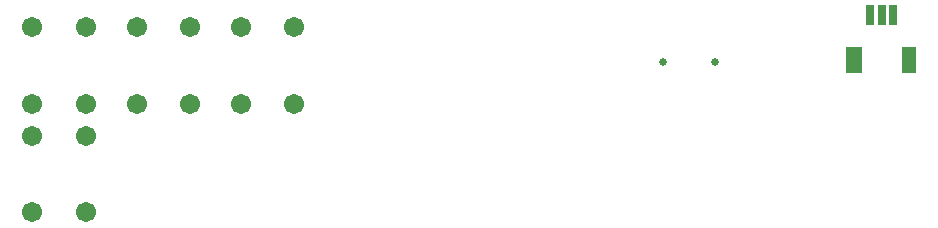
<source format=gbs>
G04 Layer_Color=16711935*
%FSLAX25Y25*%
%MOIN*%
G70*
G01*
G75*
%ADD79C,0.02670*%
%ADD80C,0.06706*%
%ADD81R,0.03162X0.06902*%
%ADD82R,0.05524X0.08674*%
%ADD83R,0.04800X0.08674*%
D79*
X349311Y272756D02*
D03*
X331988D02*
D03*
D80*
X121850Y248327D02*
D03*
X139567D02*
D03*
X121850Y222736D02*
D03*
X139567D02*
D03*
X121850Y284547D02*
D03*
X139567D02*
D03*
X121850Y258957D02*
D03*
X139567D02*
D03*
X156595Y284646D02*
D03*
X174311D02*
D03*
X156595Y259055D02*
D03*
X174311D02*
D03*
X191339Y284547D02*
D03*
X209055D02*
D03*
X191339Y258957D02*
D03*
X209055D02*
D03*
D81*
X400984Y288484D02*
D03*
X404921D02*
D03*
X408858Y288484D02*
D03*
D82*
X395866Y273622D02*
D03*
D83*
X413976D02*
D03*
M02*

</source>
